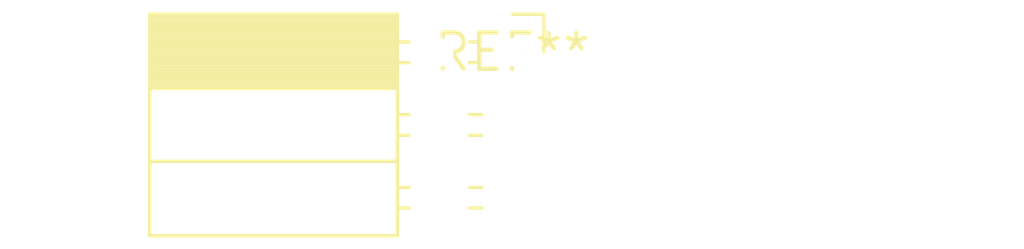
<source format=kicad_pcb>
(kicad_pcb (version 20240108) (generator pcbnew)
  (layers (0 "F.Cu" signal) (31 "B.Cu" signal) (34 "B.Paste" user) (35 "F.Paste" user) (36 "B.SilkS" user "B.Silkscreen") (37 "F.SilkS" user "F.Silkscreen") (38 "B.Mask" user) (39 "F.Mask" user) (44 "Edge.Cuts" user))
  (net 0 "")
  (footprint "PinSocket_2x03_P2.54mm_Horizontal" (layer "F.Cu") (at 0 0)
    (property "Reference" "REF**")
    (property "Value" "PinSocket_2x03_P2.54mm_Horizontal")
    (fp_line (start -12.63 -1.33) (end -12.63 6.41) (layer "F.SilkS") (stroke (width 0.12)))
    (fp_line (start -12.63 -1.33) (end -4 -1.33) (layer "F.SilkS") (stroke (width 0.12)))
    (fp_line (start -12.63 -1.21) (end -4 -1.21) (layer "F.SilkS") (stroke (width 0.12)))
    (fp_line (start -12.63 -1.091905) (end -4 -1.091905) (layer "F.SilkS") (stroke (width 0.12)))
    (fp_line (start -12.63 -0.97381) (end -4 -0.97381) (layer "F.SilkS") (stroke (width 0.12)))
    (fp_line (start -12.63 -0.855715) (end -4 -0.855715) (layer "F.SilkS") (stroke (width 0.12)))
    (fp_line (start -12.63 -0.73762) (end -4 -0.73762) (layer "F.SilkS") (stroke (width 0.12)))
    (fp_line (start -12.63 -0.619525) (end -4 -0.619525) (layer "F.SilkS") (stroke (width 0.12)))
    (fp_line (start -12.63 -0.50143) (end -4 -0.50143) (layer "F.SilkS") (stroke (width 0.12)))
    (fp_line (start -12.63 -0.383335) (end -4 -0.383335) (layer "F.SilkS") (stroke (width 0.12)))
    (fp_line (start -12.63 -0.26524) (end -4 -0.26524) (layer "F.SilkS") (stroke (width 0.12)))
    (fp_line (start -12.63 -0.147145) (end -4 -0.147145) (layer "F.SilkS") (stroke (width 0.12)))
    (fp_line (start -12.63 -0.02905) (end -4 -0.02905) (layer "F.SilkS") (stroke (width 0.12)))
    (fp_line (start -12.63 0.089045) (end -4 0.089045) (layer "F.SilkS") (stroke (width 0.12)))
    (fp_line (start -12.63 0.20714) (end -4 0.20714) (layer "F.SilkS") (stroke (width 0.12)))
    (fp_line (start -12.63 0.325235) (end -4 0.325235) (layer "F.SilkS") (stroke (width 0.12)))
    (fp_line (start -12.63 0.44333) (end -4 0.44333) (layer "F.SilkS") (stroke (width 0.12)))
    (fp_line (start -12.63 0.561425) (end -4 0.561425) (layer "F.SilkS") (stroke (width 0.12)))
    (fp_line (start -12.63 0.67952) (end -4 0.67952) (layer "F.SilkS") (stroke (width 0.12)))
    (fp_line (start -12.63 0.797615) (end -4 0.797615) (layer "F.SilkS") (stroke (width 0.12)))
    (fp_line (start -12.63 0.91571) (end -4 0.91571) (layer "F.SilkS") (stroke (width 0.12)))
    (fp_line (start -12.63 1.033805) (end -4 1.033805) (layer "F.SilkS") (stroke (width 0.12)))
    (fp_line (start -12.63 1.1519) (end -4 1.1519) (layer "F.SilkS") (stroke (width 0.12)))
    (fp_line (start -12.63 1.27) (end -4 1.27) (layer "F.SilkS") (stroke (width 0.12)))
    (fp_line (start -12.63 3.81) (end -4 3.81) (layer "F.SilkS") (stroke (width 0.12)))
    (fp_line (start -12.63 6.41) (end -4 6.41) (layer "F.SilkS") (stroke (width 0.12)))
    (fp_line (start -4 -1.33) (end -4 6.41) (layer "F.SilkS") (stroke (width 0.12)))
    (fp_line (start -4 -0.36) (end -3.59 -0.36) (layer "F.SilkS") (stroke (width 0.12)))
    (fp_line (start -4 0.36) (end -3.59 0.36) (layer "F.SilkS") (stroke (width 0.12)))
    (fp_line (start -4 2.18) (end -3.59 2.18) (layer "F.SilkS") (stroke (width 0.12)))
    (fp_line (start -4 2.9) (end -3.59 2.9) (layer "F.SilkS") (stroke (width 0.12)))
    (fp_line (start -4 4.72) (end -3.59 4.72) (layer "F.SilkS") (stroke (width 0.12)))
    (fp_line (start -4 5.44) (end -3.59 5.44) (layer "F.SilkS") (stroke (width 0.12)))
    (fp_line (start -1.49 -0.36) (end -1.11 -0.36) (layer "F.SilkS") (stroke (width 0.12)))
    (fp_line (start -1.49 0.36) (end -1.11 0.36) (layer "F.SilkS") (stroke (width 0.12)))
    (fp_line (start -1.49 2.18) (end -1.05 2.18) (layer "F.SilkS") (stroke (width 0.12)))
    (fp_line (start -1.49 2.9) (end -1.05 2.9) (layer "F.SilkS") (stroke (width 0.12)))
    (fp_line (start -1.49 4.72) (end -1.05 4.72) (layer "F.SilkS") (stroke (width 0.12)))
    (fp_line (start -1.49 5.44) (end -1.05 5.44) (layer "F.SilkS") (stroke (width 0.12)))
    (fp_line (start 0 -1.33) (end 1.11 -1.33) (layer "F.SilkS") (stroke (width 0.12)))
    (fp_line (start 1.11 -1.33) (end 1.11 0) (layer "F.SilkS") (stroke (width 0.12)))
    (pad "1" thru_hole rect (at 0 0) (size 1.7 1.7) (drill 1) (layers *.Cu *.Mask) (remove_unused_layers))
    (pad "2" thru_hole oval (at -2.54 0) (size 1.7 1.7) (drill 1) (layers *.Cu *.Mask) (remove_unused_layers))
    (pad "3" thru_hole oval (at 0 2.54) (size 1.7 1.7) (drill 1) (layers *.Cu *.Mask) (remove_unused_layers))
    (pad "4" thru_hole oval (at -2.54 2.54) (size 1.7 1.7) (drill 1) (layers *.Cu *.Mask) (remove_unused_layers))
    (pad "5" thru_hole oval (at 0 5.08) (size 1.7 1.7) (drill 1) (layers *.Cu *.Mask) (remove_unused_layers))
    (pad "6" thru_hole oval (at -2.54 5.08) (size 1.7 1.7) (drill 1) (layers *.Cu *.Mask) (remove_unused_layers))
  )
)
</source>
